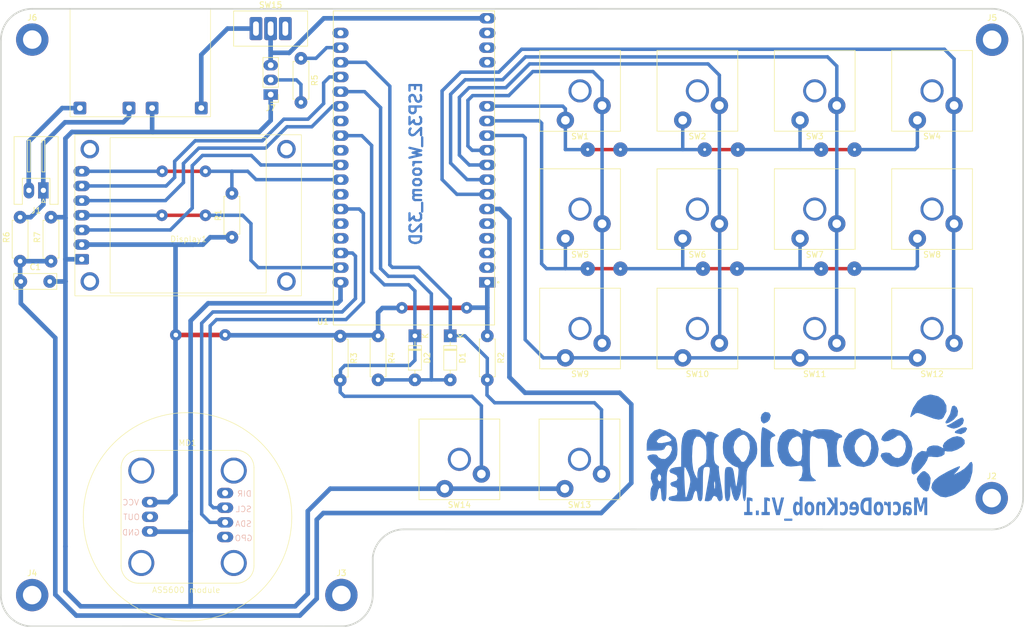
<source format=kicad_pcb>
(kicad_pcb (version 20241229) (generator "pcbnew") (generator_version "9.0")
  (layers (0 "F.Cu" signal) (2 "B.Cu" signal) (13 "F.Paste" user) (15 "B.Paste" user) (5 "F.SilkS" user "F.Silkscreen") (7 "B.SilkS" user "B.Silkscreen") (1 "F.Mask" user) (3 "B.Mask" user) (25 "Edge.Cuts" user))
  (net 0 "")
  (net 1 "DC")
  (net 2 "VBat")
  (net 3 "GND")
  (net 4 "RES")
  (net 5 "MOSI")
  (net 6 "SCLK")
  (net 7 "BLK")
  (net 8 "SCL")
  (net 9 "SDA")
  (net 13 "C1")
  (net 14 "R1")
  (net 15 "C2")
  (net 16 "C3")
  (net 17 "C4")
  (net 18 "R2")
  (net 19 "R3")
  (net 21 "WK_UP")
  (net 28 "Net-(J1-Pin_2)")
  (net 29 "Net-(J1-Pin_1)")
  (net 32 "+3V3")
  (net 34 "SW_1")
  (net 35 "SW_2")
  (net 37 "+5V")
  (net 38 "Net-(J7-Pin_2)")
  (net 40 "Net-(SW15-C)")
  (net 41 "Argb")
  (net 43 "unconnected-(J2-Pin_1-Pad1)")
  (footprint "Resistor_THT:R_Axial_DIN0207_L6.3mm_D2.5mm_P7.62mm_Horizontal" (layer "F.Cu") (at 120.5484 91.44 -90)
    (property "Reference" "R4")
    (property "Value" "10K")
  )
  (footprint "-Loghi personali:Scorpione Maker" (layer "F.Cu") (at 195.122955 111.630465)
    (property "Reference" "G***" (hide yes))
    (property "Value" "LOGO" (hide yes))
  )
  (footprint "-Switch:SW_Cherry_MX_1.00u_Plate" (layer "F.Cu") (at 173.261867 54.09 180)
    (property "Reference" "SW2")
    (property "Value" "SW_Push")
  )
  (footprint "Connector_PinHeader_2.54mm:PinHeader_1x03_P2.54mm_Vertical" (layer "F.Cu") (at 101.9676 49.6538 180)
    (property "Reference" "J7")
    (property "Value" "5V-ARGB")
  )
  (footprint "-Switch:SW_Cherry_MX_1.00u_Plate" (layer "F.Cu") (at 213.868 74.5744 180)
    (property "Reference" "SW8")
    (property "Value" "SW_Push")
  )
  (footprint "-ESP32_Module:MODULE_ESP32-DEVKITC-32D" (layer "F.Cu") (at 126.746 62.409 180)
    (property "Reference" "U1")
    (property "Value" "ESP32-DEVKITC-32D")
  )
  (footprint "-Display_Graphic:DISPLAY_TFT_ST7789_1.54" (layer "F.Cu") (at 87.6808 70.5612 90)
    (property "Reference" "Display1")
    (property "Value" "~")
  )
  (footprint "-Switch:SW_Cherry_MX_1.00u_Plate" (layer "F.Cu") (at 173.261867 95.25 180)
    (property "Reference" "SW10")
    (property "Value" "SW_Push")
  )
  (footprint "Resistor_THT:R_Axial_DIN0207_L6.3mm_D2.5mm_P7.62mm_Horizontal" (layer "F.Cu") (at 113.9952 91.4908 -90)
    (property "Reference" "R3")
    (property "Value" "10K")
  )
  (footprint "Connector_JST:JST_XH_S2B-XH-A_1x02_P2.50mm_Horizontal" (layer "F.Cu") (at 62.629413 66.245202 180)
    (property "Reference" "J1")
    (property "Value" "Batt")
  )
  (footprint "-Periferial_Module:AS5600 module" (layer "F.Cu") (at 87.575 122.775)
    (property "Reference" "MD1")
    (property "Value" "AS5600 Module")
  )
  (footprint "-Switch:SW_Cherry_MX_1.00u_Plate" (layer "F.Cu") (at 152.9588 74.5744 180)
    (property "Reference" "SW5")
    (property "Value" "SW_Push")
  )
  (footprint "-Switch:SW_Cherry_MX_1.00u_Plate" (layer "F.Cu") (at 132.076 117.9068 180)
    (property "Reference" "SW14")
    (property "Value" "SW_Encoder")
  )
  (footprint "-Switch:SW_Cherry_MX_1.00u_Plate" (layer "F.Cu") (at 193.564933 74.5744 180)
    (property "Reference" "SW7")
    (property "Value" "SW_Push")
  )
  (footprint "Diode_THT:D_DO-35_SOD27_P7.62mm_Horizontal" (layer "F.Cu") (at 126.9198 91.44 -90)
    (property "Reference" "D2")
    (property "Value" "1N4148")
  )
  (footprint "-Switch:SW_Cherry_MX_1.00u_Plate" (layer "F.Cu") (at 213.868 95.25 180)
    (property "Reference" "SW12")
    (property "Value" "SW_Push")
  )
  (footprint "-Power_module:LX-LCBST_Batt_Ch_Module" (layer "F.Cu") (at 79.4512 44.196 180)
    (property "Reference" "U2")
    (property "Value" "~")
  )
  (footprint "-Switch:SW_Cherry_MX_1.00u_Plate" (layer "F.Cu") (at 152.8572 117.9068 180)
    (property "Reference" "SW13")
    (property "Value" "SW_Profile")
  )
  (footprint "Resistor_THT:R_Axial_DIN0207_L6.3mm_D2.5mm_P7.62mm_Horizontal" (layer "F.Cu") (at 107.2 43.38 -90)
    (property "Reference" "R5")
    (property "Value" "470")
  )
  (footprint "-Switch:SW_Cherry_MX_1.00u_Plate" (layer "F.Cu") (at 152.9588 54.102 180)
    (property "Reference" "SW1")
    (property "Value" "SW_Push")
  )
  (footprint "Capacitor_THT:C_Rect_L7.2mm_W2.5mm_P5.00mm_FKS2_FKP2_MKS2_MKP2" (layer "F.Cu") (at 58.727013 82.018602)
    (property "Reference" "C1")
    (property "Value" "100n")
  )
  (footprint "-Switch:SW_Cherry_MX_1.00u_Plate" (layer "F.Cu") (at 193.564933 54.09 180)
    (property "Reference" "SW3")
    (property "Value" "SW_Push")
  )
  (footprint "-Switch:SW_Cherry_MX_1.00u_Plate" (layer "F.Cu") (at 213.868 54.09 180)
    (property "Reference" "SW4")
    (property "Value" "SW_Push")
  )
  (footprint "MountingHole:MountingHole_3.2mm_M3_DIN965_Pad" (layer "F.Cu") (at 60.688549 136.336458)
    (property "Reference" "J4")
    (property "Value" "Mounting Hole")
  )
  (footprint "-Switch:SW_Cherry_MX_1.00u_Plate" (layer "F.Cu") (at 152.9588 95.25 180)
    (property "Reference" "SW9")
    (property "Value" "SW_Push")
  )
  (footprint "-Switch:SW_Cherry_MX_1.00u_Plate" (layer "F.Cu") (at 193.564933 95.25 180)
    (property "Reference" "SW11")
    (property "Value" "SW_Push")
  )
  (footprint "-Switch:SW_Cherry_MX_1.00u_Plate" (layer "F.Cu") (at 173.261867 74.5744 180)
    (property "Reference" "SW6")
    (property "Value" "SW_Push")
  )
  (footprint "Resistor_THT:R_Axial_DIN0207_L6.3mm_D2.5mm_P7.62mm_Horizontal" (layer "F.Cu") (at 139.446 91.44 -90)
    (property "Reference" "R2")
    (property "Value" "10K")
  )
  (footprint "Button_Switch_THT:SW_Slide-03_Wuerth-WS-SLTV_10x2.5x6.4_P2.54mm" (layer "F.Cu") (at 101.9556 38.227)
    (property "Reference" "SW15")
    (property "Value" "ON-OFF")
  )
  (footprint "Diode_THT:D_DO-35_SOD27_P7.62mm_Horizontal" (layer "F.Cu") (at 133.0325 91.44 -90)
    (property "Reference" "D1")
    (property "Value" "1N4148")
  )
  (footprint "MountingHole:MountingHole_3.2mm_M3_DIN965_Pad" (layer "F.Cu") (at 114.199 136.31501)
    (property "Reference" "J3")
    (property "Value" "Mounting Hole")
  )
  (footprint "MountingHole:MountingHole_3.2mm_M3_DIN965_Pad" (layer "F.Cu") (at 226.79701 40.160535)
    (property "Reference" "J5")
    (property "Value" "Mounting Hole")
  )
  (footprint "MountingHole:MountingHole_3.2mm_M3_DIN965_Pad" (layer "F.Cu") (at 226.730007 119.542)
    (property "Reference" "J2")
    (property "Value" "Mounting Hole")
  )
  (footprint "Resistor_THT:R_Axial_DIN0207_L6.3mm_D2.5mm_P7.62mm_Horizontal" (layer "F.Cu") (at 63.942113 78.510702 90)
    (property "Reference" "R7")
    (property "Value" "3M3")
  )
  (footprint "Resistor_THT:R_Axial_DIN0207_L6.3mm_D2.5mm_P7.62mm_Horizontal" (layer "F.Cu") (at 95.25 74.3712 90)
    (property "Reference" "R1")
    (property "Value" "10K")
  )
  (footprint "MountingHole:MountingHole_3.2mm_M3_DIN965_Pad" (layer "F.Cu") (at 60.705993 40.131987)
    (property "Reference" "J6")
    (property "Value" "Mounting Hole")
  )
  (footprint "Resistor_THT:R_Axial_DIN0207_L6.3mm_D2.5mm_P7.62mm_Horizontal" (layer "F.Cu") (at 58.608113 70.890702 -90)
    (property "Reference" "R6")
    (property "Value" "1M")
  )
  (gr_line (start 60.7 141.75) (end 114.194007 141.74101) (stroke (width 0.3)) (layer "Edge.Cuts"))
  (gr_arc (start 60.698562 141.75) (mid 56.862376 140.166202) (end 55.275 136.331496) (stroke (width 0.3)) (layer "Edge.Cuts"))
  (gr_arc (start 226.78712 34.801059) (mid 230.60911 36.393309) (end 232.156 40.233882) (stroke (width 0.3)) (layer "Edge.Cuts"))
  (gr_line (start 232.156 119.531987) (end 232.156 40.233882) (stroke (width 0.3)) (layer "Edge.Cuts"))
  (gr_line (start 55.275 136.33646) (end 55.275 40.25) (stroke (width 0.3)) (layer "Edge.Cuts"))
  (gr_line (start 124.963774 124.949618) (end 226.725007 124.968006) (stroke (width 0.3)) (layer "Edge.Cuts"))
  (gr_line (start 60.710993 34.808984) (end 226.78712 34.801059) (stroke (width 0.3)) (layer "Edge.Cuts"))
  (gr_arc (start 232.156 119.531987) (mid 230.568542 123.37699) (end 226.725007 124.968) (stroke (width 0.3)) (layer "Edge.Cuts"))
  (gr_arc (start 55.28 40.244997) (mid 56.867462 36.4) (end 60.710993 34.808984) (stroke (width 0.3)) (layer "Edge.Cuts"))
  (gr_arc (start 119.625 136.304997) (mid 118.037542 140.15) (end 114.194007 141.74101) (stroke (width 0.3)) (layer "Edge.Cuts"))
  (gr_line (start 119.625 136.304997) (end 119.625 129.769865) (stroke (width 0.3)) (layer "Edge.Cuts"))
  (gr_arc (start 119.625128 129.76988) (mid 121.390991 126.355024) (end 124.969308 124.949619) (stroke (width 0.3)) (layer "Edge.Cuts"))
  (gr_text "MacroDecKnob_V1.1" (at 215.825 123 0) (layer "B.Cu") (effects (font (size 3 2) (thickness 0.3) (bold yes)) (justify left bottom mirror)))
  (gr_text "ESP32_Wroom_32D" (at 128.25 47.275 90) (layer "B.Cu") (effects (font (size 2 2) (thickness 0.4) (bold yes)) (justify left bottom mirror)))
  (segment (start 85.344 61.214) (end 88.9 57.658) (width 0.6) (layer "B.Cu") (net 1))
  (segment (start 111.125 51.2064) (end 111.125 47.625) (width 0.6) (layer "B.Cu") (net 1))
  (segment (start 83.8708 65.4812) (end 85.344 64.008) (width 0.6) (layer "B.Cu") (net 1))
  (segment (start 88.9 57.658) (end 100.5078 57.658) (width 0.6) (layer "B.Cu") (net 1))
  (segment (start 85.344 64.008) (end 85.344 61.214) (width 0.6) (layer "B.Cu") (net 1))
  (segment (start 111.125 47.625) (end 112.141 46.609) (width 0.6) (layer "B.Cu") (net 1))
  (segment (start 69.2658 65.4812) (end 83.8708 65.4812) (width 0.6) (layer "B.Cu") (net 1))
  (segment (start 112.141 46.609) (end 114.046 46.609) (width 0.6) (layer "B.Cu") (net 1))
  (segment (start 108.4072 53.9242) (end 111.125 51.2064) (width 0.6) (layer "B.Cu") (net 1))
  (segment (start 104.2416 53.9242) (end 108.4072 53.9242) (width 0.6) (layer "B.Cu") (net 1))
  (segment (start 100.5078 57.658) (end 104.2416 53.9242) (width 0.6) (layer "B.Cu") (net 1))
  (segment (start 58.608113 78.510702) (end 63.942113 78.510702) (width 0.8) (layer "B.Cu") (net 2))
  (segment (start 143.2814 98.6028) (end 143.2814 71.1708) (width 0.8) (layer "B.Cu") (net 2))
  (segment (start 109.9312 123.2662) (end 111.0742 122.1232) (width 0.8) (layer "B.Cu") (net 2))
  (segment (start 58.727013 85.828813) (end 64.6938 91.7956) (width 0.8) (layer "B.Cu") (net 2))
  (segment (start 109.9312 136.9568) (end 109.9312 123.2662) (width 0.8) (layer "B.Cu") (net 2))
  (segment (start 164.3634 103.3018) (end 162.3568 101.2952) (width 0.8) (layer "B.Cu") (net 2))
  (segment (start 145.9738 101.2952) (end 143.2814 98.6028) (width 0.8) (layer "B.Cu") (net 2))
  (segment (start 159.1564 122.1232) (end 164.3634 116.9162) (width 0.8) (layer "B.Cu") (net 2))
  (segment (start 143.2814 71.1708) (end 141.5796 69.469) (width 0.8) (layer "B.Cu") (net 2))
  (segment (start 64.6938 91.7956) (end 64.6938 136.2456) (width 0.8) (layer "B.Cu") (net 2))
  (segment (start 58.608113 78.510702) (end 58.608113 81.899702) (width 0.8) (layer "B.Cu") (net 2))
  (segment (start 111.0742 122.1232) (end 159.1564 122.1232) (width 0.8) (layer "B.Cu") (net 2))
  (segment (start 141.5796 69.469) (end 139.446 69.469) (width 0.8) (layer "B.Cu") (net 2))
  (segment (start 68.326 139.8778) (end 107.0102 139.8778) (width 0.8) (layer "B.Cu") (net 2))
  (segment (start 64.6938 136.2456) (end 68.326 139.8778) (width 0.8) (layer "B.Cu") (net 2))
  (segment (start 164.3634 116.9162) (end 164.3634 103.3018) (width 0.8) (layer "B.Cu") (net 2))
  (segment (start 162.3568 101.2952) (end 145.9738 101.2952) (width 0.8) (layer "B.Cu") (net 2))
  (segment (start 58.727013 82.018602) (end 58.727013 85.828813) (width 0.8) (layer "B.Cu") (net 2))
  (segment (start 58.608113 81.899702) (end 58.727013 82.018602) (width 0.8) (layer "B.Cu") (net 2))
  (segment (start 107.0102 139.8778) (end 109.9312 136.9568) (width 0.8) (layer "B.Cu") (net 2))
  (segment (start 69.2658 78.1812) (end 66.4464 78.1812) (width 0.8) (layer "B.Cu") (net 3))
  (segment (start 66.444398 82.018602) (end 66.4464 82.0166) (width 0.8) (layer "B.Cu") (net 3))
  (segment (start 114.046 82.169) (end 114.046 85.2932) (width 0.8) (layer "B.Cu") (net 3))
  (segment (start 108.3818 121.793) (end 112.268 117.9068) (width 0.8) (layer "B.Cu") (net 3))
  (segment (start 88.1126 123.5374) (end 88.1126 138.265) (width 0.8) (layer "B.Cu") (net 3))
  (segment (start 152.8572 117.9068) (end 132.076 117.9068) (width 0.8) (layer "B.Cu") (net 3))
  (segment (start 63.942113 70.890702) (end 66.318702 70.890702) (width 0.8) (layer "B.Cu") (net 3))
  (segment (start 108.3818 136.0932) (end 108.3818 121.793) (width 0.8) (layer "B.Cu") (net 3))
  (segment (start 88.1126 123.5374) (end 88.1126 125.275) (width 0.8) (layer "B.Cu") (net 3))
  (segment (start 114.046 85.2932) (end 113.538 85.8012) (width 0.8) (layer "B.Cu") (net 3))
  (segment (start 81.5594 56.134) (end 99.966 56.134) (width 0.8) (layer "B.Cu") (net 3))
  (segment (start 101.9676 54.1324) (end 101.9676 49.6538) (width 0.8) (layer "B.Cu") (net 3))
  (segment (start 66.318702 70.890702) (end 66.4464 71.0184) (width 0.8) (layer "B.Cu") (net 3))
  (segment (start 101.993 49.6792) (end 101.9676 49.6538) (width 0.8) (layer "B.Cu") (net 3))
  (segment (start 88.1 138.2776) (end 106.1974 138.2776) (width 0.8) (layer "B.Cu") (net 3))
  (segment (start 67.564 56.134) (end 81.5594 56.134) (width 0.8) (layer "B.Cu") (net 3))
  (segment (start 112.268 117.9068) (end 132.076 117.9068) (width 0.8) (layer "B.Cu") (net 3))
  (segment (start 66.4464 82.0166) (end 66.4464 127.9017) (width 0.8) (layer "B.Cu") (net 3))
  (segment (start 66.4464 135.636) (end 69.088 138.2776) (width 0.8) (layer "B.Cu") (net 3))
  (segment (start 88.1126 125.275) (end 88.0376 125.35) (width 0.8) (layer "B.Cu") (net 3))
  (segment (start 81.4512 56.0258) (end 81.5594 56.134) (width 0.8) (layer "B.Cu") (net 3))
  (segment (start 88.0376 125.35) (end 81.935 125.35) (width 0.8) (layer "B.Cu") (net 3))
  (segment (start 81.4512 51.996) (end 81.407 51.9518) (width 0.8) (layer "B.Cu") (net 3))
  (segment (start 106.1974 138.2776) (end 108.3818 136.0932) (width 0.8) (layer "B.Cu") (net 3))
  (segment (start 63.727013 82.018602) (end 66.444398 82.018602) (width 0.8) (layer "B.Cu") (net 3))
  (segment (start 99.966 56.134) (end 101.9676 54.1324) (width 0.8) (layer "B.Cu") (net 3))
  (segment (start 66.4464 71.0184) (end 66.4464 78.1812) (width 0.8) (layer "B.Cu") (net 3))
  (segment (start 66.4464 71.0184) (end 66.4464 57.2516) (width 0.8) (layer "B.Cu") (net 3))
  (segment (start 88.1126 138.265) (end 88.1 138.2776) (width 0.8) (layer "B.Cu") (net 3))
  (segment (start 81.4512 51.996) (end 81.4512 56.0258) (width 0.8) (layer "B.Cu") (net 3))
  (segment (start 88.1126 88.8238) (end 88.1126 123.5374) (width 0.8) (layer "B.Cu") (net 3))
  (segment (start 69.088 138.2776) (end 88.1 138.2776) (width 0.8) (layer "B.Cu") (net 3))
  (segment (start 66.4464 127.9017) (end 66.4464 135.636) (width 0.8) (layer "B.Cu") (net 3))
  (segment (start 66.4464 57.2516) (end 67.564 56.134) (width 0.8) (layer "B.Cu") (net 3))
  (segment (start 66.4464 78.1812) (end 66.4464 82.0166) (width 0.8) (layer "B.Cu") (net 3))
  (segment (start 91.1352 85.8012) (end 88.1126 88.8238) (width 0.8) (layer "B.Cu") (net 3))
  (segment (start 113.538 85.8012) (end 91.1352 85.8012) (width 0.8) (layer "B.Cu") (net 3))
  (segment (start 86.868 61.595) (end 86.868 64.897) (width 0.6) (layer "B.Cu") (net 4))
  (segment (start 109.0803 55.2323) (end 104.7877 55.2323) (width 0.6) (layer "B.Cu") (net 4))
  (segment (start 104.7877 55.2323) (end 101.092 58.928) (width 0.6) (layer "B.Cu") (net 4))
  (segment (start 101.092 58.928) (end 89.535 58.928) (width 0.6) (layer "B.Cu") (net 4))
  (segment (start 86.868 64.897) (end 83.7438 68.0212) (width 0.6) (layer "B.Cu") (net 4))
  (segment (start 113.9698 51.6128) (end 112.6998 51.6128) (width 0.6) (layer "B.Cu") (net 4))
  (segment (start 112.6998 51.6128) (end 109.0803 55.2323) (width 0.6) (layer "B.Cu") (net 4))
  (segment (start 89.535 58.928) (end 86.868 61.595) (width 0.6) (layer "B.Cu") (net 4))
  (segment (start 114.046 51.689) (end 113.9698 51.6128) (width 0.6) (layer "B.Cu") (net 4))
  (segment (start 83.7438 68.0212) (end 69.2658 68.0212) (width 0.6) (layer "B.Cu") (net 4))
  (segment (start 83.1342 70.5612) (end 90.678 70.5612) (width 0.6) (layer "F.Cu") (net 5))
  (via (at 83.1342 70.5612) (size 2) (drill 0.8) (layers "F.Cu" "B.Cu") (net 5))
  (via (at 90.678 70.5612) (size 2) (drill 0.8) (layers "F.Cu" "B.Cu") (net 5))
  (segment (start 98.552 78.359) (end 99.822 79.629) (width 0.6) (layer "B.Cu") (net 5))
  (segment (start 98.552 72.009) (end 98.552 78.359) (width 0.6) (layer "B.Cu") (net 5))
  (segment (start 90.678 70.5612) (end 97.1042 70.5612) (width 0.6) (layer "B.Cu") (net 5))
  (segment (start 69.2658 70.5612) (end 82.804 70.5612) (width 0.6) (layer "B.Cu") (net 5))
  (segment (start 90.678 70.5612) (end 90.7542 70.485) (width 0.6) (layer "B.Cu") (net 5))
  (segment (start 97.1042 70.5612) (end 98.552 72.009) (width 0.6) (layer "B.Cu") (net 5))
  (segment (start 99.822 79.629) (end 114.046 79.629) (width 0.6) (layer "B.Cu") (net 5))
  (segment (start 98.6155 60.198) (end 90.17 60.198) (width 0.6) (layer "B.Cu") (net 6))
  (segment (start 114.046 61.849) (end 100.2665 61.849) (width 0.6) (layer "B.Cu") (net 6))
  (segment (start 88.392 69.308) (end 84.5988 73.1012) (width 0.6) (layer "B.Cu") (net 6))
  (segment (start 100.2665 61.849) (end 98.6155 60.198) (width 0.6) (layer "B.Cu") (net 6))
  (segment (start 88.392 61.976) (end 88.392 69.308) (width 0.6) (layer "B.Cu") (net 6))
  (segment (start 90.17 60.198) (end 88.392 61.976) (width 0.6) (layer "B.Cu") (net 6))
  (segment (start 84.5988 73.1012) (end 69.2658 73.1012) (width 0.6) (layer "B.Cu") (net 6))
  (segment (start 83.185 62.9412) (end 90.678 62.9412) (width 0.6) (layer "F.Cu") (net 7))
  (via (at 90.678 62.9412) (size 2) (drill 0.8) (layers "F.Cu" "B.Cu") (net 7))
  (via (at 83.185 62.9412) (size 2) (drill 0.8) (layers "F.Cu" "B.Cu") (net 7))
  (segment (start 90.7288 62.9412) (end 95.25 62.9412) (width 0.6) (layer "B.Cu") (net 7))
  (segment (start 90.678 62.992) (end 90.7288 62.9412) (width 0.6) (layer "B.Cu") (net 7))
  (segment (start 83.1342 62.9412) (end 83.185 62.992) (width 0.6) (layer "B.Cu") (net 7))
  (segment (start 97.9932 62.9412) (end 99.441 64.389) (width 0.6) (layer "B.Cu") (net 7))
  (segment (start 69.2658 62.9412) (end 83.1342 62.9412) (width 0.6) (layer "B.Cu") (net 7))
  (segment (start 99.441 64.389) (end 114.046 64.389) (width 0.6) (layer "B.Cu") (net 7))
  (segment (start 95.25 66.7512) (end 95.25 62.9412) (width 0.6) (layer "B.Cu") (net 7))
  (segment (start 95.25 62.9412) (end 97.9932 62.9412) (width 0.6) (layer "B.Cu") (net 7))
  (segment (start 92.583 88.6206) (end 114.9858 88.6206) (width 0.6) (layer "B.Cu") (net 8))
  (segment (start 92.05 121.2) (end 91.4908 120.6408) (width 0.6) (layer "B.Cu") (net 8))
  (segment (start 94.0774 121.2002) (end 94.0772 121.2) (width 0.6) (layer "B.Cu") (net 8))
  (segment (start 94.0772 121.2) (end 92.05 121.2) (width 0.6) (layer "B.Cu") (net 8))
  (segment (start 118.0084 85.598) (end 118.0084 70.2056) (width 0.6) (layer "B.Cu") (net 8))
  (segment (start 91.4908 89.7128) (end 92.583 88.6206) (width 0.6) (layer "B.Cu") (net 8))
  (segment (start 114.9858 88.6206) (end 118.0084 85.598) (width 0.6) (layer "B.Cu") (net 8))
  (segment (start 117.2718 69.469) (end 114.046 69.469) (width 0.6) (layer "B.Cu") (net 8))
  (segment (start 118.0084 70.2056) (end 117.2718 69.469) (width 0.6) (layer "B.Cu") (net 8))
  (segment (start 91.4908 120.6408) (end 91.4908 89.7128) (width 0.6) (layer "B.Cu") (net 8))
  (segment (start 91.4402 123.7402) (end 94.0774 123.7402) (width 0.6) (layer "B.Cu") (net 9))
  (segment (start 116.6368 84.9884) (end 114.3254 87.2998) (width 0.6) (layer "B.Cu") (net 9))
  (segment (start 90.0176 122.3176) (end 91.4402 123.7402) (width 0.6) (layer "B.Cu") (net 9))
  (segment (start 116.6368 77.6224) (end 116.6368 84.9884) (width 0.6) (layer "B.Cu") (net 9))
  (segment (start 114.3254 87.2998) (end 91.9734 87.2998) (width 0.6) (layer "B.Cu") (net 9))
  (segment (start 90.0176 89.2556) (end 90.0176 122.3176) (width 0.6) (layer "B.Cu") (net 9))
  (segment (start 116.1034 77.089) (end 116.6368 77.6224) (width 0.6) (layer "B.Cu") (net 9))
  (segment (start 114.046 77.089) (end 116.1034 77.089) (width 0.6) (layer "B.Cu") (net 9))
  (segment (start 91.9734 87.2998) (end 90.0176 89.2556) (width 0.6) (layer "B.Cu") (net 9))
  (segment (start 147.32 45.6692) (end 157.734 45.6692) (width 0.6) (layer "B.Cu") (net 13))
  (segment (start 159.3088 72.0344) (end 159.3088 92.71) (width 0.6) (layer "B.Cu") (net 13))
  (segment (start 159.3088 51.562) (end 159.3088 72.0344) (width 0.6) (layer "B.Cu") (net 13))
  (segment (start 143.1544 49.8348) (end 147.32 45.6692) (width 0.6) (layer "B.Cu") (net 13))
  (segment (start 159.3088 47.244) (end 159.3088 51.562) (width 0.6) (layer "B.Cu") (net 13))
  (segment (start 136.906 49.8348) (end 143.1544 49.8348) (width 0.6) (layer "B.Cu") (net 13))
  (segment (start 159.3088 51.562) (end 159.3088 51.4704) (width 0.6) (layer "B.Cu") (net 13))
  (segment (start 136.0932 58.5724) (end 136.0932 50.6476) (width 0.6) (layer "B.Cu") (net 13))
  (segment (start 159.3088 51.4704) (end 159.2978 51.4594) (width 0.6) (layer "B.Cu") (net 13))
  (segment (start 139.446 59.309) (end 136.8298 59.309) (width 0.6) (layer "B.Cu") (net 13))
  (segment (start 157.734 45.6692) (end 159.3088 47.244) (width 0.6) (layer "B.Cu") (net 13))
  (segment (start 136.8298 59.309) (end 136.0932 58.5724) (width 0.6) (layer "B.Cu") (net 13))
  (segment (start 136.0932 50.6476) (end 136.906 49.8348) (width 0.6) (layer "B.Cu") (net 13))
  (segment (start 177.2412 59.182) (end 182.8038 59.182) (width 0.6) (layer "F.Cu") (net 14))
  (segment (start 197.2056 59.182) (end 202.9968 59.182) (width 0.6) (layer "F.Cu") (net 14))
  (segment (start 156.718 59.182) (end 162.4838 59.182) (width 0.6) (layer "F.Cu") (net 14))
  (via (at 197.2056 59.182) (size 2.5) (drill 0.5) (layers "F.Cu" "B.Cu") (net 14))
  (via (at 177.0634 59.182) (size 2.5) (drill 0.5) (layers "F.Cu" "B.Cu") (net 14))
  (via (at 182.8038 59.182) (size 2.5) (drill 0.5) (layers "F.Cu" "B.Cu") (net 14))
  (via (at 202.9968 59.182) (size 2.5) (drill 0.5) (layers "F.Cu" "B.Cu") (net 14))
  (via (at 156.8196 59.182) (size 2.5) (drill 0.5) (layers "F.Cu" "B.Cu") (net 14))
  (via (at 162.4838 59.182) (size 2.5) (drill 0.5) (layers "F.Cu" "B.Cu") (net 14))
  (segment (start 152.9588 52.1208) (end 152.9588 54.102) (width 0.6) (layer "B.Cu") (net 14))
  (segment (start 152.9588 59.182) (end 156.718 59.182) (width 0.6) (layer "B.Cu") (net 14))
  (segment (start 139.4714 51.6636) (end 152.5016 51.6636) (width 0.6) (layer "B.Cu") (net 14))
  (segment (start 193.548 59.182) (end 197.2056 59.182) (width 0.6) (layer "B.Cu") (net 14))
  (segment (start 152.9588 54.102) (end 152.9588 59.182) (width 0.6) (layer "B.Cu") (net 14))
  (segment (start 213.868 58.7248) (end 213.868 54.09) (width 0.6) (layer "B.Cu") (net 14))
  (segment (start 173.261867 59.165067) (end 173.2788 59.182) (width 0.6) (layer "B.Cu") (net 14))
  (segment (start 193.564933 54.09) (end 193.564933 59.165067) (width 0.6) (layer "B.Cu") (net 14))
  (segment (start 139.446 51.689) (end 139.4714 51.6636) (width 0.6) (layer "B.Cu") (net 14))
  (segment (start 182.8038 59.182) (end 193.548 59.182) (width 0.6) (layer "B.Cu") (net 14))
  (segment (start 193.564933 59.165067) (end 193.548 59.182) (width 0.6) (layer "B.Cu") (net 14))
  (segment (start 202.9968 59.182) (end 213.4108 59.182) (width 0.6) (layer "B.Cu") (net 14))
  (segment (start 152.5016 51.6636) (end 152.9588 52.1208) (width 0.6) (layer "B.Cu") (net 14))
  (segment (start 173.2788 59.182) (end 177.2412 59.182) (width 0.6) (layer "B.Cu") (net 14))
  (segment (start 213.4108 59.182) (end 213.868 58.7248) (width 0.6) (layer "B.Cu") (net 14))
  (segment (start 162.4838 59.182) (end 173.2788 59.182) (width 0.6) (layer "B.Cu") (net 14))
  (segment (start 173.261867 54.09) (end 173.261867 59.165067) (width 0.6) (layer "B.Cu") (net 14))
  (segment (start 179.611867 92.71) (end 179.6542 92.667667) (width 0.6) (layer "B.Cu") (net 15))
  (segment (start 177.6476 44.3484) (end 179.6034 46.3042) (width 0.6) (layer "B.Cu") (net 15))
  (segment (start 139.446 61.849) (end 136.3218 61.849) (width 0.6) (layer "B.Cu") (net 15))
  (segment (start 142.6464 48.4632) (end 146.7612 44.3484) (width 0.6) (layer "B.Cu") (net 15))
  (segment (start 136.2964 48.4632) (end 142.6464 48.4632) (width 0.6) (layer "B.Cu") (net 15))
  (segment (start 179.6034 46.3042) (end 179.6034 51.541533) (width 0.6) (layer "B.Cu") (net 15))
  (segment (start 179.6034 72.025933) (end 179.6034 51.558467) (width 0.6) (layer "B.Cu") (net 15))
  (segment (start 179.6034 51.541533) (end 179.611867 51.55) (width 0.6) (layer "B.Cu") (net 15))
  (segment (start 179.611867 72.0344) (end 179.6034 72.025933) (width 0.6) (layer "B.Cu") (net 15))
  (segment (start 146.7612 44.3484) (end 177.6476 44.3484) (width 0.6) (layer "B.Cu") (net 15))
  (segment (start 136.3218 61.849) (end 134.62 60.1472) (width 0.6) (layer "B.Cu") (net 15))
  (segment (start 134.62 50.1396) (end 136.2964 48.4632) (width 0.6) (layer "B.Cu") (net 15))
  (segment (start 179.6034 51.558467) (end 179.611867 51.55) (width 0.6) (layer "B.Cu") (net 15))
  (segment (start 179.6542 92.667667) (end 179.6542 72.076733) (width 0.6) (layer "B.Cu") (net 15))
  (segment (start 179.6542 72.076733) (end 179.611867 72.0344) (width 0.6) (layer "B.Cu") (net 15))
  (segment (start 134.62 60.1472) (end 134.62 50.1396) (width 0.6) (layer "B.Cu") (net 15))
  (segment (start 133.096 49.6062) (end 135.6106 47.0916) (width 0.6) (layer "B.Cu") (net 16))
  (segment (start 199.9234 44.7294) (end 199.9234 51.541533) (width 0.6) (layer "B.Cu") (net 16))
  (segment (start 135.9662 64.389) (end 133.096 61.5188) (width 0.6) (layer "B.Cu") (net 16))
  (segment (start 199.898 72.051333) (end 199.898 92.693067) (width 0.6) (layer "B.Cu") (net 16))
  (segment (start 199.914933 51.55) (end 199.9234 51.558467) (width 0.6) (layer "B.Cu") (net 16))
  (segment (start 133.096 61.5188) (end 133.096 49.6062) (width 0.6) (layer "B.Cu") (net 16))
  (segment (start 198.3232 43.1292) (end 199.9234 44.7294) (width 0.6) (layer "B.Cu") (net 16))
  (segment (start 142.0876 47.0916) (end 146.05 43.1292) (width 0.6) (layer "B.Cu") (net 16))
  (segment (start 135.6106 47.0916) (end 142.0876 47.0916) (width 0.6) (layer "B.Cu") (net 16))
  (segment (start 199.9234 51.541533) (end 199.914933 51.55) (width 0.6) (layer "B.Cu") (net 16))
  (segment (start 199.9234 51.558467) (end 199.9234 72.025933) (width 0.6) (layer "B.Cu") (net 16))
  (segment (start 199.9234 72.025933) (end 199.914933 72.0344) (width 0.6) (layer "B.Cu") (net 16))
  (segment (start 139.446 64.389) (end 135.9662 64.389) (width 0.6) (layer "B.Cu") (net 16))
  (segment (start 146.05 43.1292) (end 198.3232 43.1292) (width 0.6) (layer "B.Cu") (net 16))
  (segment (start 199.914933 72.0344) (end 199.898 72.051333) (width 0.6) (layer "B.Cu") (net 16))
  (segment (start 199.898 92.693067) (end 199.914933 92.71) (width 0.6) (layer "B.Cu") (net 16))
  (segment (start 220.1418 92.6338) (end 220.218 92.71) (width 0.6) (layer "B.Cu") (net 17))
  (segment (start 220.218 72.0344) (end 220.1418 72.1106) (width 0.6) (layer "B.Cu") (net 17))
  (segment (start 218.5416 41.8084) (end 145.3896 41.8084) (width 0.6) (layer "B.Cu") (net 17))
  (segment (start 141.4272 45.7708) (end 134.874 45.7708) (width 0.6) (layer "B.Cu") (net 17))
  (segment (start 145.3896 41.8084) (end 141.4272 45.7708) (width 0.6) (layer "B.Cu") (net 17))
  (segment (start 220.1418 72.1106) (end 220.1418 92.6338) (width 0.6) (layer "B.Cu") (net 17))
  (segment (start 131.6228 49.022) (end 131.6228 64.3636) (width 0.6) (layer "B.Cu") (net 17))
  (segment (start 134.874 45.7708) (end 131.6228 49.022) (width 0.6) (layer "B.Cu") (net 17))
  (segment (start 220.218 51.55) (end 220.1926 51.5754) (width 0.6) (layer "B.Cu") (net 17))
  (segment (start 220.1926 51.5754) (end 220.1926 72.009) (width 0.6) (layer "B.Cu") (net 17))
  (segment (start 131.6228 64.3636) (end 134.1882 66.929) (width 0.6) (layer "B.Cu") (net 17))
  (segment (start 220.1926 72.009) (end 220.218 72.0344) (width 0.6) (layer "B.Cu") (net 17))
  (segment (start 220.218 43.4848) (end 218.5416 41.8084) (width 0.6) (layer "B.Cu") (net 17))
  (segment (start 220.218 51.55) (end 220.218 43.4848) (width 0.6) (layer "B.Cu") (net 17))
  (segment (start 134.1882 66.929) (end 139.446 66.929) (width 0.6) (layer "B.Cu") (net 17))
  (segment (start 197.2056 79.8068) (end 202.9714 79.8068) (width 0.6) (layer "F.Cu") (net 18))
  (segment (start 156.718 79.8068) (end 162.4838 79.8068) (width 0.6) (layer "F.Cu") (net 18))
  (segment (start 176.7586 79.8068) (end 182.6768 79.8068) (width 0.6) (layer "F.Cu") (net 18))
  (via (at 182.6768 79.8068) (size 2.5) (drill 0.5) (layers "F.Cu" "B.Cu") (net 18))
  (via (at 176.7586 79.8068) (size 2.5) (drill 0.5) (layers "F.Cu" "B.Cu") (net 18))
  (via (at 156.8196 79.8068) (size 2.5) (drill 0.5) (layers "F.Cu" "B.Cu") (net 18))
  (via (at 202.9714 79.8068) (size 2.5) (drill 0.5) (layers "F.Cu" "B.Cu") (net 18))
  (via (at 197.2056 79.8068) (size 2.5) (drill 0.5) (layers "F.Cu" "B.Cu") (net 18))
  (via (at 162.4838 79.8068) (size 2.5) (drill 0.5) (layers "F.Cu" "B.Cu") (net 18))
  (segment (start 213.868 79.3496) (end 213.868 74.7148) (width 0.6) (layer "B.Cu") (net 18))
  (segment (start 152.9588 74.6132) (end 152.9588 79.8068) (width 0.6) (layer "B.Cu") (net 18))
  (segment (start 149.7076 79.8068) (end 152.9588 79.8068) (width 0.6) (layer "B.Cu") (net 18))
  (segment (start 202.9714 79.8068) (end 213.4108 79.8068) (width 0.6) (layer "B.Cu") (net 18))
  (segment (start 173.261867 74.7148) (end 173.261867 79.789867) (width 0.6) (layer "B.Cu") (net 18))
  (segment (start 152.9588 79.8068) (end 156.718 79.8068) (width 0.6) (layer "B.Cu") (net 18))
  (segment (start 139.446 54.229) (end 139.4714 54.2036) (width 0.6) (layer "B.Cu") (net 18))
  (segment (start 139.4714 54.2036) (end 148.4376 54.2036) (width 0.6) (layer "B.Cu") (net 18))
  (segment (start 182.7022 79.8068) (end 197.2056 79.8068) (width 0.6) (layer "B.Cu") (net 18))
  (segment (start 148.844 54.61) (end 148.844 78.9432) (width 0.6) (layer "B.Cu") (net 18))
  (segment (start 213.4108 79.8068) (end 213.868 79.3496) (width 0.6) (layer "B.Cu") (net 18))
  (segment (start 148.4376 54.2036) (end 148.844 54.61) (width 0.6) (layer "B.Cu") (net 18))
  (segment (start 182.6768 79.7814) (end 182.7022 79.8068) (width 0.6) (layer "B.Cu") (net 18))
  (segment (start 152.908 74.6252) (end 152.9588 74.5744) (width 0.6) (layer "B.Cu") (net 18))
  (segment (start 162.4838 79.8068) (end 176.7586 79.8068) (width 0.6) (layer "B.Cu") (net 18))
  (segment (start 148.844 78.9432) (end 149.7076 79.8068) (width 0.6) (layer "B.Cu") (net 18))
  (segment (start 193.564933 74.7148) (end 193.564933 79.789867) (width 0.6) (layer "B.Cu") (net 18))
  (segment (start 145.5928 56.7436) (end 139.4714 56.7436) (width 0.6) (layer "B.Cu") (net 19))
  (segment (start 152.9588 95.25) (end 149.1488 95.25) (width 0.6) (layer "B.Cu") (net 19))
  (segment (start 145.9992 92.1004) (end 145.9992 57.15) (width 0.6) (layer "B.Cu") (net 19))
  (segment (start 139.4714 56.7436) (end 139.446 56.769) (width 0.6) (layer "B.Cu") (net 19))
  (segment (start 152.9588 95.25) (end 213.868 95.25) (width 0.6) (layer "B.Cu") (net 19))
  (segment (start 149.1488 95.25) (end 145.9992 92.1004) (width 0.6) (layer "B.Cu") (net 19))
  (segment (start 145.9992 57.15) (end 145.5928 56.7436) (width 0.6) (layer "B.Cu") (net 19))
  (segment (start 129.7686 99.06) (end 126.9198 99.06) (width 0.6) (layer "B.Cu") (net 21))
  (segment (start 126.746 81.1276) (end 129.7686 84.1502) (width 0.6) (layer "B.Cu") (net 21))
  (segment (start 133.0325 99.06) (end 129.7686 99.06) (width 0.6) (layer "B.Cu") (net 21))
  (segment (start 122.3264 81.1276) (end 126.746 81.1276) (width 0.6) (layer "B.Cu") (net 21))
  (segment (start 129.7686 84.1502) (end 129.7686 99.06) (width 0.6) (layer "B.Cu") (net 21))
  (segment (start 120.9802 51.9176) (end 120.9802 79.7814) (width 0.6) (layer "B.Cu") (net 21))
  (segment (start 120.9802 79.7814) (end 122.3264 81.1276) (width 0.6) (layer "B.Cu") (net 21))
  (segment (start 118.2116 49.149) (end 120.9802 51.9176) (width 0.6) (layer "B.Cu") (net 21))
  (segment (start 114.046 49.149) (end 118.2116 49.149) (width 0.6) (layer "B.Cu") (net 21))
  (segment (start 120.5484 99.06) (end 126.9198 99.06) (width 0.6) (layer "B.Cu") (net 21))
  (segment (start 68.9512 51.996) (end 65.8854 51.996) (width 0.8) (layer "B.Cu") (net 28))
  (segment (start 60.0964 66.212189) (end 60.129413 66.245202) (width 0.8) (layer "B.Cu") (net 28))
  (segment (start 60.0964 57.785) (end 60.0964 66.212189) (width 0.8) (layer "B.Cu") (net 28))
  (segment (start 65.8854 51.996) (end 60.0964 57.785) (width 0.8) (layer "B.Cu") (net 28))
  (segment (start 77.4512 51.996) (end 77.4512 53.4604) (width 0.8) (layer "B.Cu") (net 29))
  (segment (start 66.3702 54.4576) (end 62.611 58.2168) (width 0.8) (layer "B.Cu") (net 29))
  (segment (start 60.434298 70.890702) (end 62.629413 68.695587) (width 0.8) (layer "B.Cu") (net 29))
  (segment (start 77.4512 53.4604) (end 76.454 54.4576) (width 0.8) (layer "B.Cu") (net 29))
  (segment (start 62.629413 68.695587) (end 62.629413 66.245202) (width 0.8) (layer "B.Cu") (net 29))
  (segment (start 76.454 54.4576) (end 66.3702 54.4576) (width 0.8) (layer "B.Cu") (net 29))
  (segment (start 62.611 58.2168) (end 62.611 66.226789) (width 0.8) (layer "B.Cu") (net 29))
  (segment (start 58.608113 70.890702) (end 60.434298 70.890702) (width 0.8) (layer "B.Cu") (net 29))
  (segment (start 62.611 66.226789) (end 62.629413 66.245202) (width 0.8) (layer "B.Cu") (net 29))
  (segment (start 85.5472 91.2876) (end 94.0816 91.2876) (width 0.8) (layer "F.Cu") (net 32))
  (segment (start 124.6632 86.5886) (end 135.89 86.5886) (width 0.8) (layer "F.Cu") (net 32))
  (via (at 85.5472 91.2876) (size 2) (drill 0.8) (layers "F.Cu" "B.Cu") (net 32))
  (via (at 124.6632 86.5886) (size 2) (drill 0.8) (layers "F.Cu" "B.Cu") (net 32))
  (via (at 94.0816 91.2876) (size 2) (drill 0.8) (layers "F.Cu" "B.Cu") (net 32))
  (via (at 135.89 86.5886) (size 2) (drill 0.8) (layers "F.Cu" "B.Cu") (net 32))
  (segment (start 81.075 120.235) (end 81.085 120.225) (width 0.8) (layer "B.Cu") (net 32))
  (segment (start 121.3104 86.614) (end 124.6378 86.614) (width 0.8) (layer "B.Cu") (net 32))
  (segment (start 85.4964 118.9536) (end 85.4964 75.7428) (width 0.8) (layer "B.Cu") (net 32))
  (segment (start 139.446 82.169) (end 139.446 86.5632) (width 0.8) (layer "B.Cu") (net 32))
  (segment (start 120.4976 91.3384) (end 94.8944 91.3384) (width 0.8) (layer "B.Cu") (net 32))
  (segment (start 139.446 86.5632) (end 139.446 91.44) (width 0.8) (layer "B.Cu") (net 32))
  (segment (start 85.4964 75.7428) (end 85.598 75.6412) (width 0.8) (layer "B.Cu") (net 32))
  (segment (start 91.4908 74.3712) (end 95.25 74.3712) (width 0.8) (layer "B.Cu") (net 32))
  (segment (start 84.225 120.225) (end 85.4964 118.9536) (width 0.8) (layer "B.Cu") (net 32))
  (segment (start 94.8944 91.3384) (end 94.3864 90.8304) (width 0.8) (layer "B.Cu") (net 32))
  (segment (start 135.89 86.5886) (end 135.9154 86.5632) (width 0.8) (layer "B.Cu") (net 32))
  (segment (start 90.2208 75.6412) (end 91.4908 74.3712) (width 0.8) (layer "B.Cu") (net 32))
  (segment (start 85.598 75.6412) (end 88.5444 75.6412) (width 0.8) (layer "B.Cu") (net 32))
  (segment (start 120.5484 91.44) (end 120.5484 87.376) (width 0.8) (layer "B.Cu") (net 32))
  (segment (start 88.5444 75.6412) (end 90.2208 75.6412) (width 0.8) (layer "B.Cu") (net 32))
  (segment (start 124.6378 86.614) (end 124.6632 86.5886) (width 0.8) (layer "B.Cu") (net 32))
  (segment (start 120.5484 87.376) (end 121.3104 86.614) (width 0.8) (layer "B.Cu") (net 32))
  (segment (start 81.085 120.225) (end 84.225 120.225) (width 0.8) (layer "B.Cu") (net 32))
  (segment (start 69.2658 75.6412) (end 88.5444 75.6412) (width 0.8) (layer "B.Cu") (net 32))
  (segment (start 135.9154 86.5632) (end 139.446 86.5632) (width 0.8) (layer "B.Cu") (net 32))
  (segment (start 122.5804 79.1464) (end 123.0122 79.5782) (width 0.6) (layer "B.Cu") (net 34))
  (segment (start 122.5804 48.2092) (end 122.5804 79.1464) (width 0.6) (layer "B.Cu") (net 34))
  (segment (start 133.0325 91.44) (end 135.5598 91.44) (width 0.6) (layer "B.Cu") (net 34))
  (segment (start 114.046 44.069) (end 118.4402 44.069) (width 0.6) (layer "B.Cu") (net 34))
  (segment (start 139.3952 99.1108) (end 139.3952 101.7016) (width 0.6) (layer "B.Cu") (net 34))
  (segment (start 139.446 95.3262) (end 139.446 99.06) (width 0.6) (layer "B.Cu") (net 34))
  (segment (start 159.2072 104.2416) (end 159.2072 115.3668) (width 0.6) (layer "B.Cu") (net 34))
  (segment (start 133.0452 91.4273) (end 133.0325 91.44) (width 0.6) (layer "B.Cu") (net 34))
  (segment (start 139.446 99.06) (end 139.3952 99.1108) (width 0.6) (layer "B.Cu") (net 34))
  (segment (start 140.716 103.0224) (end 157.988 103.0224) (width 0.6) (layer "B.Cu") (net 34))
  (segment (start 127.5842 79.5782) (end 133.0452 85.0392) (width 0.6) (layer "B.Cu") (net 34))
  (segment (start 157.988 103.0224) (end 159.2072 104.2416) (width 0.6) (layer "B.Cu") (net 34))
  (segment (start 139.3952 101.7016) (end 140.716 103.0224) (width 0.6) (layer "B.Cu") (net 34))
  (segment (start 135.5598 91.44) (end 139.446 95.3262) (width 0.6) (layer "B.Cu") (net 34))
  (segment (start 118.4402 44.069) (end 122.5804 48.2092) (width 0.6) (layer "B.Cu") (net 34))
  (segment (start 123.0122 79.5782) (end 127.5842 79.5782) (width 0.6) (layer "B.Cu") (net 34))
  (segment (start 133.0452 85.0392) (end 133.0452 91.4273) (width 0.6) (layer "B.Cu") (net 34))
  (segment (start 138.426 115.3668) (end 138.426 103.5518) (width 0.6) (layer "B.Cu") (net 35))
  (segment (start 125.857 82.6008) (end 126.9198 83.6636) (width 0.6) (layer "B.Cu") (net 35))
  (segment (start 138.426 103.5518) (end 136.779 101.9048) (width 0.6) (layer "B.Cu") (net 35))
  (segment (start 114.046 56.769) (end 117.729 56.769) (width 0.6) (layer "B.Cu") (net 35))
  (segment (start 113.9952 101.1936) (end 113.9952 99.1108) (width 0.6) (layer "B.Cu") (net 35))
  (segment (start 136.779 101.9048) (end 114.7064 101.9048) (width 0.6) (layer "B.Cu") (net 35))
  (segment (start 121.6406 82.6008) (end 125.857 82.6008) (width 0.6) (layer "B.Cu") (net 35))
  (segment (start 114.7064 101.9048) (end 113.9952 101.1936) (width 0.6) (layer "B.Cu") (net 35))
  (segment (start 126.9198 91.44) (end 126.9198 95.6604) (width 0.6) (layer "B.Cu") (net 35))
  (segment (start 126.9198 95.6604) (end 126.0181 96.5621) (width 0.6) (layer "B.Cu") (net 35))
  (segment (start 126.0181 96.5621) (end 114.7913 96.5621) (width 0.6) (layer "B.Cu") (net 35))
  (segment (start 114.046 97.3074) (end 114.046 99.06) (width 0.6) (layer "B.Cu") (net 35))
  (segment (start 117.729 56.769) (end 119.4308 58.4708) (width 0.6) (layer "B.Cu") (net 35))
  (segment (start 126.9198 83.6636) (end 126.9198 91.44) (width 0.6) (layer "B.Cu") (net 35))
  (segment (start 114.7913 96.5621) (end 114.046 97.3074) (width 0.6) (layer "B.Cu") (net 35))
  (segment (start 119.4308 58.4708) (end 119.4308 80.391) (width 0.6) (layer "B.Cu") (net 35))
  (segment (start 119.4308 80.391) (end 121.6406 82.6008) (width 0.6) (layer "B.Cu") (net 35))
  (segment (start 111.151 36.449) (end 105.1625 42.4375) (width 0.8) (layer "B.Cu") (net 37))
  (segment (start 105.15 42.425) (end 102.3806 42.425) (width 0.8) (layer "B.Cu") (net 37))
  (segment (start 101.9556 38.227) (end 101.9556 42) (width 0.8) (layer "B.Cu") (net 37))
  (segment (start 139.446 36.449) (end 111.151 36.449) (width 0.8) (layer "B.Cu") (net 37))
  (segment (start 101.9556 44.5618) (end 101.9676 44.5738) (width 0.8) (layer "B.Cu") (net 37))
  (segment (start 101.9556 42) (end 101.9556 44.5618) (width 0.8) (layer "B.Cu") (net 37))
  (segment (start 105.1625 42.4375) (end 105.15 42.425) (width 0.8) (layer "B.Cu") (net 37))
  (segment (start 107.2 47.9012) (end 107.2 51) (width 0.6) (layer "B.Cu") (net 38))
  (segment (start 106.4126 47.1138) (end 107.2 47.9012) (width 0.6) (layer "B.Cu") (net 38))
  (segment (start 101.9676 47.1138) (end 106.4126 47.1138) (width 0.6) (layer "B.Cu") (net 38))
  (segment (start 94.488 38.227) (end 89.9512 42.7638) (width 0.8) (layer "B.Cu") (net 40))
  (segment (start 99.4156 38.227) (end 94.488 38.227) (width 0.8) (layer "B.Cu") (net 40))
  (segment (start 89.9512 42.7638) (end 89.9512 51.996) (width 0.8) (layer "B.Cu") (net 40))
  (segment (start 109.795 43.38) (end 107.2 43.38) (width 0.6) (layer "B.Cu") (net 41))
  (segment (start 114.046 41.529) (end 111.646 41.529) (width 0.6) (layer "B.Cu") (net 41))
  (segment (start 111.646 41.529) (end 109.795 43.38) (width 0.6) (layer "B.Cu") (net 41))
  (segment (start 227.857207 119.6848) (end 228.000007 119.542) (width 0.8) (layer "B.Cu") (net 43))
  (segment (start 228 119.541993) (end 228.000007 119.542) (width 0.8) (layer "B.Cu") (net 43))
)
</source>
